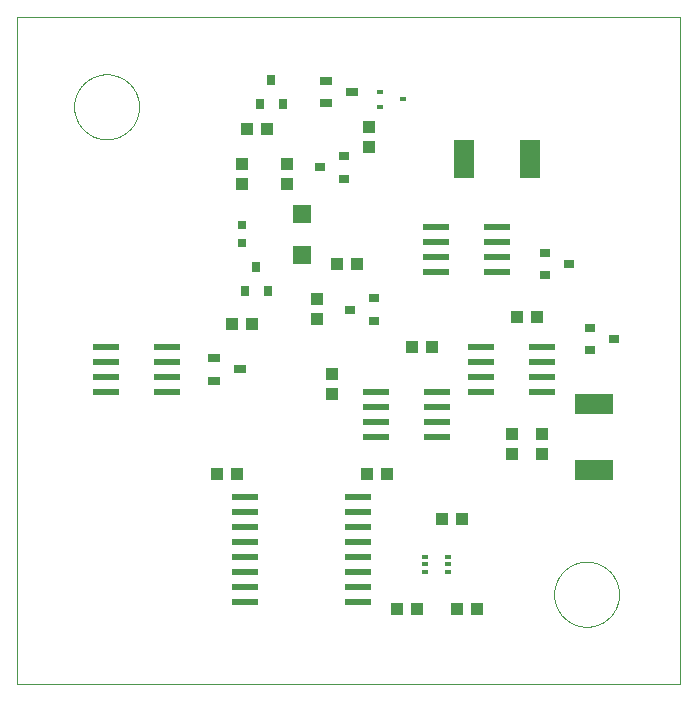
<source format=gtp>
G75*
%MOIN*%
%OFA0B0*%
%FSLAX25Y25*%
%IPPOS*%
%LPD*%
%AMOC8*
5,1,8,0,0,1.08239X$1,22.5*
%
%ADD10C,0.00000*%
%ADD11R,0.03937X0.04331*%
%ADD12R,0.04331X0.03937*%
%ADD13R,0.08661X0.02362*%
%ADD14R,0.03937X0.02756*%
%ADD15R,0.03150X0.03150*%
%ADD16R,0.05906X0.05906*%
%ADD17R,0.12598X0.07087*%
%ADD18R,0.07087X0.12598*%
%ADD19R,0.03100X0.03500*%
%ADD20R,0.03500X0.03100*%
%ADD21R,0.02362X0.01575*%
D10*
X0001000Y0001000D02*
X0001000Y0223461D01*
X0222201Y0223461D01*
X0222201Y0001000D01*
X0001000Y0001000D01*
X0180173Y0031000D02*
X0180176Y0031266D01*
X0180186Y0031531D01*
X0180202Y0031796D01*
X0180225Y0032061D01*
X0180254Y0032325D01*
X0180290Y0032589D01*
X0180332Y0032851D01*
X0180381Y0033112D01*
X0180436Y0033372D01*
X0180497Y0033631D01*
X0180565Y0033888D01*
X0180639Y0034143D01*
X0180719Y0034396D01*
X0180806Y0034648D01*
X0180898Y0034897D01*
X0180997Y0035143D01*
X0181102Y0035388D01*
X0181213Y0035629D01*
X0181329Y0035868D01*
X0181451Y0036104D01*
X0181580Y0036337D01*
X0181713Y0036566D01*
X0181853Y0036792D01*
X0181998Y0037015D01*
X0182148Y0037234D01*
X0182304Y0037450D01*
X0182465Y0037661D01*
X0182631Y0037869D01*
X0182802Y0038072D01*
X0182978Y0038271D01*
X0183159Y0038466D01*
X0183344Y0038656D01*
X0183534Y0038841D01*
X0183729Y0039022D01*
X0183928Y0039198D01*
X0184131Y0039369D01*
X0184339Y0039535D01*
X0184550Y0039696D01*
X0184766Y0039852D01*
X0184985Y0040002D01*
X0185208Y0040147D01*
X0185434Y0040287D01*
X0185663Y0040420D01*
X0185896Y0040549D01*
X0186132Y0040671D01*
X0186371Y0040787D01*
X0186612Y0040898D01*
X0186857Y0041003D01*
X0187103Y0041102D01*
X0187352Y0041194D01*
X0187604Y0041281D01*
X0187857Y0041361D01*
X0188112Y0041435D01*
X0188369Y0041503D01*
X0188628Y0041564D01*
X0188888Y0041619D01*
X0189149Y0041668D01*
X0189411Y0041710D01*
X0189675Y0041746D01*
X0189939Y0041775D01*
X0190204Y0041798D01*
X0190469Y0041814D01*
X0190734Y0041824D01*
X0191000Y0041827D01*
X0191266Y0041824D01*
X0191531Y0041814D01*
X0191796Y0041798D01*
X0192061Y0041775D01*
X0192325Y0041746D01*
X0192589Y0041710D01*
X0192851Y0041668D01*
X0193112Y0041619D01*
X0193372Y0041564D01*
X0193631Y0041503D01*
X0193888Y0041435D01*
X0194143Y0041361D01*
X0194396Y0041281D01*
X0194648Y0041194D01*
X0194897Y0041102D01*
X0195143Y0041003D01*
X0195388Y0040898D01*
X0195629Y0040787D01*
X0195868Y0040671D01*
X0196104Y0040549D01*
X0196337Y0040420D01*
X0196566Y0040287D01*
X0196792Y0040147D01*
X0197015Y0040002D01*
X0197234Y0039852D01*
X0197450Y0039696D01*
X0197661Y0039535D01*
X0197869Y0039369D01*
X0198072Y0039198D01*
X0198271Y0039022D01*
X0198466Y0038841D01*
X0198656Y0038656D01*
X0198841Y0038466D01*
X0199022Y0038271D01*
X0199198Y0038072D01*
X0199369Y0037869D01*
X0199535Y0037661D01*
X0199696Y0037450D01*
X0199852Y0037234D01*
X0200002Y0037015D01*
X0200147Y0036792D01*
X0200287Y0036566D01*
X0200420Y0036337D01*
X0200549Y0036104D01*
X0200671Y0035868D01*
X0200787Y0035629D01*
X0200898Y0035388D01*
X0201003Y0035143D01*
X0201102Y0034897D01*
X0201194Y0034648D01*
X0201281Y0034396D01*
X0201361Y0034143D01*
X0201435Y0033888D01*
X0201503Y0033631D01*
X0201564Y0033372D01*
X0201619Y0033112D01*
X0201668Y0032851D01*
X0201710Y0032589D01*
X0201746Y0032325D01*
X0201775Y0032061D01*
X0201798Y0031796D01*
X0201814Y0031531D01*
X0201824Y0031266D01*
X0201827Y0031000D01*
X0201824Y0030734D01*
X0201814Y0030469D01*
X0201798Y0030204D01*
X0201775Y0029939D01*
X0201746Y0029675D01*
X0201710Y0029411D01*
X0201668Y0029149D01*
X0201619Y0028888D01*
X0201564Y0028628D01*
X0201503Y0028369D01*
X0201435Y0028112D01*
X0201361Y0027857D01*
X0201281Y0027604D01*
X0201194Y0027352D01*
X0201102Y0027103D01*
X0201003Y0026857D01*
X0200898Y0026612D01*
X0200787Y0026371D01*
X0200671Y0026132D01*
X0200549Y0025896D01*
X0200420Y0025663D01*
X0200287Y0025434D01*
X0200147Y0025208D01*
X0200002Y0024985D01*
X0199852Y0024766D01*
X0199696Y0024550D01*
X0199535Y0024339D01*
X0199369Y0024131D01*
X0199198Y0023928D01*
X0199022Y0023729D01*
X0198841Y0023534D01*
X0198656Y0023344D01*
X0198466Y0023159D01*
X0198271Y0022978D01*
X0198072Y0022802D01*
X0197869Y0022631D01*
X0197661Y0022465D01*
X0197450Y0022304D01*
X0197234Y0022148D01*
X0197015Y0021998D01*
X0196792Y0021853D01*
X0196566Y0021713D01*
X0196337Y0021580D01*
X0196104Y0021451D01*
X0195868Y0021329D01*
X0195629Y0021213D01*
X0195388Y0021102D01*
X0195143Y0020997D01*
X0194897Y0020898D01*
X0194648Y0020806D01*
X0194396Y0020719D01*
X0194143Y0020639D01*
X0193888Y0020565D01*
X0193631Y0020497D01*
X0193372Y0020436D01*
X0193112Y0020381D01*
X0192851Y0020332D01*
X0192589Y0020290D01*
X0192325Y0020254D01*
X0192061Y0020225D01*
X0191796Y0020202D01*
X0191531Y0020186D01*
X0191266Y0020176D01*
X0191000Y0020173D01*
X0190734Y0020176D01*
X0190469Y0020186D01*
X0190204Y0020202D01*
X0189939Y0020225D01*
X0189675Y0020254D01*
X0189411Y0020290D01*
X0189149Y0020332D01*
X0188888Y0020381D01*
X0188628Y0020436D01*
X0188369Y0020497D01*
X0188112Y0020565D01*
X0187857Y0020639D01*
X0187604Y0020719D01*
X0187352Y0020806D01*
X0187103Y0020898D01*
X0186857Y0020997D01*
X0186612Y0021102D01*
X0186371Y0021213D01*
X0186132Y0021329D01*
X0185896Y0021451D01*
X0185663Y0021580D01*
X0185434Y0021713D01*
X0185208Y0021853D01*
X0184985Y0021998D01*
X0184766Y0022148D01*
X0184550Y0022304D01*
X0184339Y0022465D01*
X0184131Y0022631D01*
X0183928Y0022802D01*
X0183729Y0022978D01*
X0183534Y0023159D01*
X0183344Y0023344D01*
X0183159Y0023534D01*
X0182978Y0023729D01*
X0182802Y0023928D01*
X0182631Y0024131D01*
X0182465Y0024339D01*
X0182304Y0024550D01*
X0182148Y0024766D01*
X0181998Y0024985D01*
X0181853Y0025208D01*
X0181713Y0025434D01*
X0181580Y0025663D01*
X0181451Y0025896D01*
X0181329Y0026132D01*
X0181213Y0026371D01*
X0181102Y0026612D01*
X0180997Y0026857D01*
X0180898Y0027103D01*
X0180806Y0027352D01*
X0180719Y0027604D01*
X0180639Y0027857D01*
X0180565Y0028112D01*
X0180497Y0028369D01*
X0180436Y0028628D01*
X0180381Y0028888D01*
X0180332Y0029149D01*
X0180290Y0029411D01*
X0180254Y0029675D01*
X0180225Y0029939D01*
X0180202Y0030204D01*
X0180186Y0030469D01*
X0180176Y0030734D01*
X0180173Y0031000D01*
X0020173Y0193500D02*
X0020176Y0193766D01*
X0020186Y0194031D01*
X0020202Y0194296D01*
X0020225Y0194561D01*
X0020254Y0194825D01*
X0020290Y0195089D01*
X0020332Y0195351D01*
X0020381Y0195612D01*
X0020436Y0195872D01*
X0020497Y0196131D01*
X0020565Y0196388D01*
X0020639Y0196643D01*
X0020719Y0196896D01*
X0020806Y0197148D01*
X0020898Y0197397D01*
X0020997Y0197643D01*
X0021102Y0197888D01*
X0021213Y0198129D01*
X0021329Y0198368D01*
X0021451Y0198604D01*
X0021580Y0198837D01*
X0021713Y0199066D01*
X0021853Y0199292D01*
X0021998Y0199515D01*
X0022148Y0199734D01*
X0022304Y0199950D01*
X0022465Y0200161D01*
X0022631Y0200369D01*
X0022802Y0200572D01*
X0022978Y0200771D01*
X0023159Y0200966D01*
X0023344Y0201156D01*
X0023534Y0201341D01*
X0023729Y0201522D01*
X0023928Y0201698D01*
X0024131Y0201869D01*
X0024339Y0202035D01*
X0024550Y0202196D01*
X0024766Y0202352D01*
X0024985Y0202502D01*
X0025208Y0202647D01*
X0025434Y0202787D01*
X0025663Y0202920D01*
X0025896Y0203049D01*
X0026132Y0203171D01*
X0026371Y0203287D01*
X0026612Y0203398D01*
X0026857Y0203503D01*
X0027103Y0203602D01*
X0027352Y0203694D01*
X0027604Y0203781D01*
X0027857Y0203861D01*
X0028112Y0203935D01*
X0028369Y0204003D01*
X0028628Y0204064D01*
X0028888Y0204119D01*
X0029149Y0204168D01*
X0029411Y0204210D01*
X0029675Y0204246D01*
X0029939Y0204275D01*
X0030204Y0204298D01*
X0030469Y0204314D01*
X0030734Y0204324D01*
X0031000Y0204327D01*
X0031266Y0204324D01*
X0031531Y0204314D01*
X0031796Y0204298D01*
X0032061Y0204275D01*
X0032325Y0204246D01*
X0032589Y0204210D01*
X0032851Y0204168D01*
X0033112Y0204119D01*
X0033372Y0204064D01*
X0033631Y0204003D01*
X0033888Y0203935D01*
X0034143Y0203861D01*
X0034396Y0203781D01*
X0034648Y0203694D01*
X0034897Y0203602D01*
X0035143Y0203503D01*
X0035388Y0203398D01*
X0035629Y0203287D01*
X0035868Y0203171D01*
X0036104Y0203049D01*
X0036337Y0202920D01*
X0036566Y0202787D01*
X0036792Y0202647D01*
X0037015Y0202502D01*
X0037234Y0202352D01*
X0037450Y0202196D01*
X0037661Y0202035D01*
X0037869Y0201869D01*
X0038072Y0201698D01*
X0038271Y0201522D01*
X0038466Y0201341D01*
X0038656Y0201156D01*
X0038841Y0200966D01*
X0039022Y0200771D01*
X0039198Y0200572D01*
X0039369Y0200369D01*
X0039535Y0200161D01*
X0039696Y0199950D01*
X0039852Y0199734D01*
X0040002Y0199515D01*
X0040147Y0199292D01*
X0040287Y0199066D01*
X0040420Y0198837D01*
X0040549Y0198604D01*
X0040671Y0198368D01*
X0040787Y0198129D01*
X0040898Y0197888D01*
X0041003Y0197643D01*
X0041102Y0197397D01*
X0041194Y0197148D01*
X0041281Y0196896D01*
X0041361Y0196643D01*
X0041435Y0196388D01*
X0041503Y0196131D01*
X0041564Y0195872D01*
X0041619Y0195612D01*
X0041668Y0195351D01*
X0041710Y0195089D01*
X0041746Y0194825D01*
X0041775Y0194561D01*
X0041798Y0194296D01*
X0041814Y0194031D01*
X0041824Y0193766D01*
X0041827Y0193500D01*
X0041824Y0193234D01*
X0041814Y0192969D01*
X0041798Y0192704D01*
X0041775Y0192439D01*
X0041746Y0192175D01*
X0041710Y0191911D01*
X0041668Y0191649D01*
X0041619Y0191388D01*
X0041564Y0191128D01*
X0041503Y0190869D01*
X0041435Y0190612D01*
X0041361Y0190357D01*
X0041281Y0190104D01*
X0041194Y0189852D01*
X0041102Y0189603D01*
X0041003Y0189357D01*
X0040898Y0189112D01*
X0040787Y0188871D01*
X0040671Y0188632D01*
X0040549Y0188396D01*
X0040420Y0188163D01*
X0040287Y0187934D01*
X0040147Y0187708D01*
X0040002Y0187485D01*
X0039852Y0187266D01*
X0039696Y0187050D01*
X0039535Y0186839D01*
X0039369Y0186631D01*
X0039198Y0186428D01*
X0039022Y0186229D01*
X0038841Y0186034D01*
X0038656Y0185844D01*
X0038466Y0185659D01*
X0038271Y0185478D01*
X0038072Y0185302D01*
X0037869Y0185131D01*
X0037661Y0184965D01*
X0037450Y0184804D01*
X0037234Y0184648D01*
X0037015Y0184498D01*
X0036792Y0184353D01*
X0036566Y0184213D01*
X0036337Y0184080D01*
X0036104Y0183951D01*
X0035868Y0183829D01*
X0035629Y0183713D01*
X0035388Y0183602D01*
X0035143Y0183497D01*
X0034897Y0183398D01*
X0034648Y0183306D01*
X0034396Y0183219D01*
X0034143Y0183139D01*
X0033888Y0183065D01*
X0033631Y0182997D01*
X0033372Y0182936D01*
X0033112Y0182881D01*
X0032851Y0182832D01*
X0032589Y0182790D01*
X0032325Y0182754D01*
X0032061Y0182725D01*
X0031796Y0182702D01*
X0031531Y0182686D01*
X0031266Y0182676D01*
X0031000Y0182673D01*
X0030734Y0182676D01*
X0030469Y0182686D01*
X0030204Y0182702D01*
X0029939Y0182725D01*
X0029675Y0182754D01*
X0029411Y0182790D01*
X0029149Y0182832D01*
X0028888Y0182881D01*
X0028628Y0182936D01*
X0028369Y0182997D01*
X0028112Y0183065D01*
X0027857Y0183139D01*
X0027604Y0183219D01*
X0027352Y0183306D01*
X0027103Y0183398D01*
X0026857Y0183497D01*
X0026612Y0183602D01*
X0026371Y0183713D01*
X0026132Y0183829D01*
X0025896Y0183951D01*
X0025663Y0184080D01*
X0025434Y0184213D01*
X0025208Y0184353D01*
X0024985Y0184498D01*
X0024766Y0184648D01*
X0024550Y0184804D01*
X0024339Y0184965D01*
X0024131Y0185131D01*
X0023928Y0185302D01*
X0023729Y0185478D01*
X0023534Y0185659D01*
X0023344Y0185844D01*
X0023159Y0186034D01*
X0022978Y0186229D01*
X0022802Y0186428D01*
X0022631Y0186631D01*
X0022465Y0186839D01*
X0022304Y0187050D01*
X0022148Y0187266D01*
X0021998Y0187485D01*
X0021853Y0187708D01*
X0021713Y0187934D01*
X0021580Y0188163D01*
X0021451Y0188396D01*
X0021329Y0188632D01*
X0021213Y0188871D01*
X0021102Y0189112D01*
X0020997Y0189357D01*
X0020898Y0189603D01*
X0020806Y0189852D01*
X0020719Y0190104D01*
X0020639Y0190357D01*
X0020565Y0190612D01*
X0020497Y0190869D01*
X0020436Y0191128D01*
X0020381Y0191388D01*
X0020332Y0191649D01*
X0020290Y0191911D01*
X0020254Y0192175D01*
X0020225Y0192439D01*
X0020202Y0192704D01*
X0020186Y0192969D01*
X0020176Y0193234D01*
X0020173Y0193500D01*
D11*
X0077654Y0186000D03*
X0084346Y0186000D03*
X0107654Y0141000D03*
X0114346Y0141000D03*
X0132654Y0113500D03*
X0139346Y0113500D03*
X0167654Y0123500D03*
X0174346Y0123500D03*
X0106000Y0104346D03*
X0106000Y0097654D03*
X0079346Y0121000D03*
X0072654Y0121000D03*
X0127654Y0026000D03*
X0134346Y0026000D03*
X0147654Y0026000D03*
X0154346Y0026000D03*
D12*
X0149346Y0056000D03*
X0142654Y0056000D03*
X0124346Y0071000D03*
X0117654Y0071000D03*
X0074346Y0071000D03*
X0067654Y0071000D03*
X0101000Y0122654D03*
X0101000Y0129346D03*
X0091000Y0167654D03*
X0091000Y0174346D03*
X0076000Y0174346D03*
X0076000Y0167654D03*
X0118500Y0180154D03*
X0118500Y0186846D03*
X0166000Y0084346D03*
X0166000Y0077654D03*
X0176000Y0077654D03*
X0176000Y0084346D03*
D13*
X0176236Y0098500D03*
X0176236Y0103500D03*
X0176236Y0108500D03*
X0176236Y0113500D03*
X0155764Y0113500D03*
X0155764Y0108500D03*
X0155764Y0103500D03*
X0155764Y0098500D03*
X0141236Y0098500D03*
X0141236Y0093500D03*
X0141236Y0088500D03*
X0141236Y0083500D03*
X0120764Y0083500D03*
X0120764Y0088500D03*
X0120764Y0093500D03*
X0120764Y0098500D03*
X0114898Y0063500D03*
X0114898Y0058500D03*
X0114898Y0053500D03*
X0114898Y0048500D03*
X0114898Y0043500D03*
X0114898Y0038500D03*
X0114898Y0033500D03*
X0114898Y0028500D03*
X0077201Y0028500D03*
X0077201Y0033500D03*
X0077201Y0038500D03*
X0077201Y0043500D03*
X0077201Y0048500D03*
X0077201Y0053500D03*
X0077201Y0058500D03*
X0077201Y0063500D03*
X0051236Y0098500D03*
X0051236Y0103500D03*
X0051236Y0108500D03*
X0051236Y0113500D03*
X0030764Y0113500D03*
X0030764Y0108500D03*
X0030764Y0103500D03*
X0030764Y0098500D03*
X0140764Y0138500D03*
X0140764Y0143500D03*
X0140764Y0148500D03*
X0140764Y0153500D03*
X0161236Y0153500D03*
X0161236Y0148500D03*
X0161236Y0143500D03*
X0161236Y0138500D03*
D14*
X0104169Y0194760D03*
X0104169Y0202240D03*
X0112831Y0198500D03*
X0066669Y0109740D03*
X0066669Y0102260D03*
X0075331Y0106000D03*
D15*
X0076000Y0148047D03*
X0076000Y0153953D03*
D16*
X0096000Y0157890D03*
X0096000Y0144110D03*
D17*
X0193500Y0094524D03*
X0193500Y0072476D03*
D18*
X0172024Y0176000D03*
X0149976Y0176000D03*
D19*
X0089700Y0194500D03*
X0082100Y0194500D03*
X0085900Y0202500D03*
X0080900Y0140000D03*
X0077100Y0132000D03*
X0084700Y0132000D03*
D20*
X0112000Y0125900D03*
X0120000Y0122100D03*
X0120000Y0129700D03*
X0110000Y0169600D03*
X0110000Y0177200D03*
X0102000Y0173400D03*
X0177000Y0144900D03*
X0177000Y0137300D03*
X0185000Y0141100D03*
X0192000Y0119900D03*
X0192000Y0112300D03*
X0200000Y0116100D03*
D21*
X0144740Y0043559D03*
X0144740Y0041000D03*
X0144740Y0038441D03*
X0137260Y0038441D03*
X0137260Y0041000D03*
X0137260Y0043559D03*
X0122260Y0193441D03*
X0122260Y0198559D03*
X0129740Y0196000D03*
M02*

</source>
